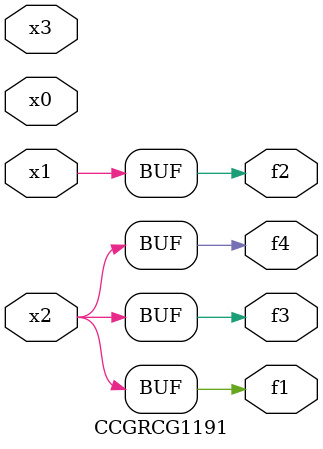
<source format=v>
module CCGRCG1191(
	input x0, x1, x2, x3,
	output f1, f2, f3, f4
);
	assign f1 = x2;
	assign f2 = x1;
	assign f3 = x2;
	assign f4 = x2;
endmodule

</source>
